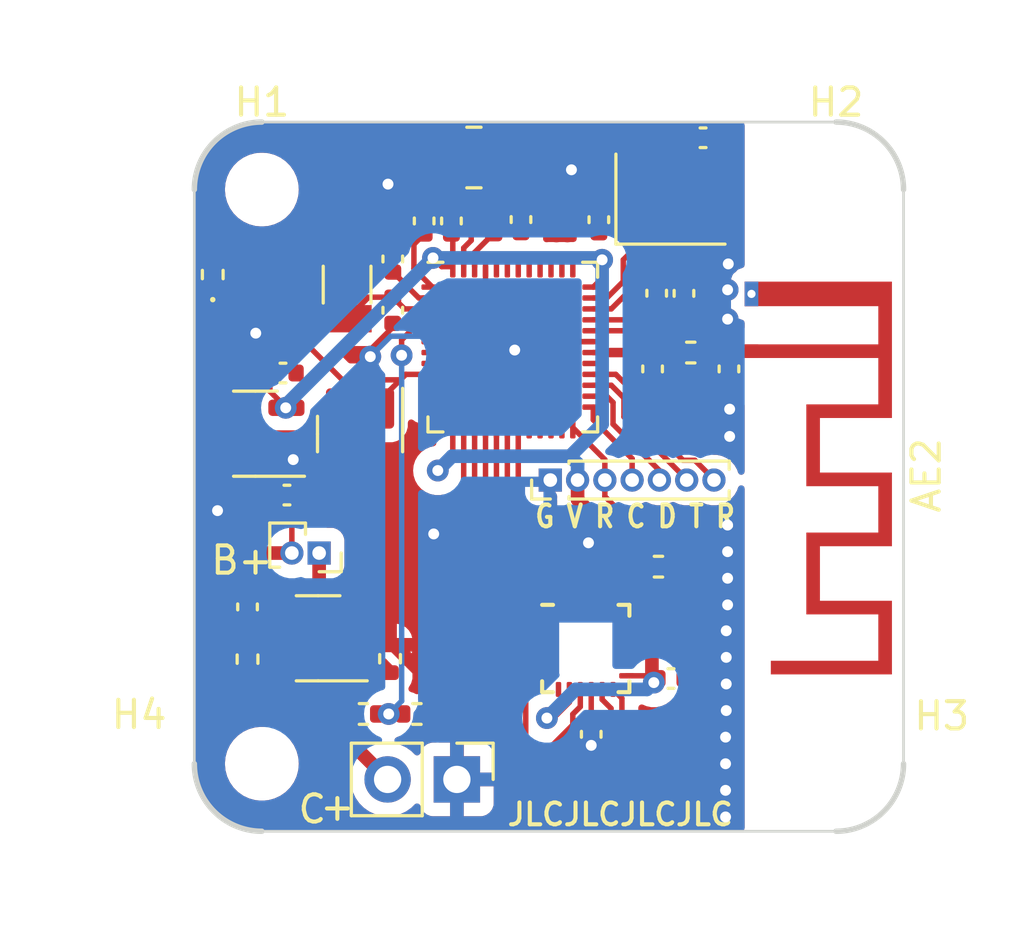
<source format=kicad_pcb>
(kicad_pcb (version 20221018) (generator pcbnew)
  (layers (0 "F.Cu" signal) (1 "In1.Cu" signal) (2 "In2.Cu" signal) (31 "B.Cu" signal) (34 "B.Paste" user) (35 "F.Paste" user) (36 "B.SilkS" user "B.Silkscreen") (37 "F.SilkS" user "F.Silkscreen") (38 "B.Mask" user) (39 "F.Mask" user) (44 "Edge.Cuts" user))
  (net 0 "")
  (net 1 "Net-(U1-DEC1)")
  (net 2 "Net-(U1-P0.00{slash}XL1)")
  (net 3 "Net-(U1-P0.01{slash}XL2)")
  (net 4 "Net-(U1-P0.02{slash}AIN0)")
  (net 9 "nCS")
  (net 10 "SCLK")
  (net 11 "SDI")
  (net 12 "+1V8")
  (net 13 "SDO")
  (net 14 "INT1")
  (net 15 "FSYNC")
  (net 20 "Net-(J2-Pin_5)")
  (net 21 "Net-(J2-Pin_4)")
  (net 22 "Net-(J2-Pin_3)")
  (net 23 "TX")
  (net 24 "RX")
  (net 25 "GND")
  (net 26 "Net-(U1-DEC2)")
  (net 27 "Net-(U1-DEC3)")
  (net 28 "Net-(U1-XC1)")
  (net 29 "Net-(U1-XC2)")
  (net 37 "Net-(U1-DEC4)")
  (net 38 "Net-(U1-DCC)")
  (net 39 "+BATT")
  (net 47 "Net-(U3-REGOUT)")
  (net 54 "Net-(U4-V-)")
  (net 56 "Net-(U4-VDD)")
  (net 57 "Net-(D1-A)")
  (net 58 "Net-(U1-ANT)")
  (net 59 "Net-(L1-Pad1)")
  (net 60 "Net-(AE2-A)")
  (net 61 "Net-(Q2-G)")
  (net 67 "Net-(J3-Pin_1)")
  (footprint "Inductor_SMD:L_0402_1005Metric" (layer "F.Cu") (at 10.975 3.595 90)
    (fp_text reference "L2" hide)
    (fp_text value "15nH")
    (pad "1" smd roundrect (at -0.485 0 90) (size 0.59 0.64) (layers "F.Cu" "F.Paste" "F.Mask") (net 37 "Net-(U1-DEC4)"))
    (pad "2" smd roundrect (at 0.485 0 90) (size 0.59 0.64) (layers "F.Cu" "F.Paste" "F.Mask") (net 59 "Net-(L1-Pad1)"))
  )
  (footprint "Package_TO_SOT_SMD:SOT-23" (layer "F.Cu") (at 6.075 11.4375 -90)
    (fp_text reference "Q2" hide)
    (fp_text value "Q_NMOS_GSD")
    (pad "1" smd roundrect (at -0.9375 -0.95 270) (size 1.475 0.6) (layers "F.Cu" "F.Paste" "F.Mask") (net 61 "Net-(Q2-G)"))
    (pad "2" smd roundrect (at -0.9375 0.95 270) (size 1.475 0.6) (layers "F.Cu" "F.Paste" "F.Mask") (net 57 "Net-(D1-A)"))
    (pad "3" smd roundrect (at 0.9375 0 270) (size 1.475 0.6) (layers "F.Cu" "F.Paste" "F.Mask") (net 39 "+BATT"))
  )
  (footprint "Resistor_SMD:R_0402_1005Metric" (layer "F.Cu") (at 18.2 8.45 180)
    (fp_text reference "R7" hide)
    (fp_text value "R_Small")
    (pad "1" smd roundrect (at -0.51 0 180) (size 0.54 0.64) (layers "F.Cu" "F.Paste" "F.Mask") (net 60 "Net-(AE2-A)"))
    (pad "2" smd roundrect (at 0.51 0 180) (size 0.54 0.64) (layers "F.Cu" "F.Paste" "F.Mask") (net 58 "Net-(U1-ANT)"))
  )
  (footprint "Capacitor_SMD:C_0402_1005Metric" (layer "F.Cu") (at 7.275 5.02 90)
    (fp_text reference "C9" hide)
    (fp_text value "12p")
    (pad "1" smd roundrect (at -0.48 0 90) (size 0.56 0.62) (layers "F.Cu" "F.Paste" "F.Mask") (net 2 "Net-(U1-P0.00{slash}XL1)"))
    (pad "2" smd roundrect (at 0.48 0 90) (size 0.56 0.62) (layers "F.Cu" "F.Paste" "F.Mask") (net 25 "GND"))
  )
  (footprint "Connector_PinHeader_2.54mm:PinHeader_1x02_P2.54mm_Vertical" (layer "F.Cu") (at 9.625 24.1 -90)
    (fp_text reference "J1" hide)
    (fp_text value "Conn_02x01")
    (pad "1" thru_hole rect (at 0 0 270) (size 1.7 1.7) (drill 1) (layers "*.Cu" "*.Mask") (net 25 "GND"))
    (pad "2" thru_hole oval (at 0 2.54 270) (size 1.7 1.7) (drill 1) (layers "*.Cu" "*.Mask") (net 39 "+BATT"))
  )
  (footprint "MountingHole:MountingHole_2.2mm_M2" (layer "F.Cu") (at 2.475 2.475)
    (fp_text reference "H1" (at 0 -3.2) (layer "F.SilkS"))
    (fp_text value "MountingHole")
    (pad "" np_thru_hole circle (at 0 0) (size 2.2 2.2) (drill 2.2) (layers "*.Cu" "*.Mask"))
  )
  (footprint "Crystal:Crystal_SMD_3215-2Pin_3.2x1.5mm" (layer "F.Cu") (at 5.6 5.96 -90)
    (fp_text reference "Y1" hide)
    (fp_text value "32768Khz")
    (pad "1" smd rect (at 1.25 0 270) (size 1 1.8) (layers "F.Cu" "F.Paste" "F.Mask") (net 3 "Net-(U1-P0.01{slash}XL2)"))
    (pad "2" smd rect (at -1.25 0 270) (size 1 1.8) (layers "F.Cu" "F.Paste" "F.Mask") (net 2 "Net-(U1-P0.00{slash}XL1)"))
  )
  (footprint "Capacitor_SMD:C_0402_1005Metric" (layer "F.Cu") (at 11.975 3.575 -90)
    (fp_text reference "C7" hide)
    (fp_text value "1u")
    (pad "1" smd roundrect (at -0.48 0 270) (size 0.56 0.62) (layers "F.Cu" "F.Paste" "F.Mask") (net 25 "GND"))
    (pad "2" smd roundrect (at 0.48 0 270) (size 0.56 0.62) (layers "F.Cu" "F.Paste" "F.Mask") (net 37 "Net-(U1-DEC4)"))
  )
  (footprint "Connector_PinHeader_1.00mm:PinHeader_1x07_P1.00mm_Vertical" (layer "F.Cu") (at 13.05 13.125 90)
    (fp_text reference "J2" hide)
    (fp_text value "Conn_01x07")
    (pad "1" thru_hole rect (at 0 0 90) (size 0.85 0.85) (drill 0.5) (layers "*.Cu" "*.Mask") (net 25 "GND"))
    (pad "2" thru_hole oval (at 0 1 90) (size 0.85 0.85) (drill 0.5) (layers "*.Cu" "*.Mask") (net 12 "+1V8"))
    (pad "3" thru_hole oval (at 0 2 90) (size 0.85 0.85) (drill 0.5) (layers "*.Cu" "*.Mask") (net 22 "Net-(J2-Pin_3)"))
    (pad "4" thru_hole oval (at 0 3 90) (size 0.85 0.85) (drill 0.5) (layers "*.Cu" "*.Mask") (net 21 "Net-(J2-Pin_4)"))
    (pad "5" thru_hole oval (at 0 4 90) (size 0.85 0.85) (drill 0.5) (layers "*.Cu" "*.Mask") (net 20 "Net-(J2-Pin_5)"))
    (pad "6" thru_hole oval (at 0 5 90) (size 0.85 0.85) (drill 0.5) (layers "*.Cu" "*.Mask") (net 23 "TX"))
    (pad "7" thru_hole oval (at 0 6 90) (size 0.85 0.85) (drill 0.5) (layers "*.Cu" "*.Mask") (net 24 "RX"))
  )
  (footprint "MountingHole:MountingHole_2.2mm_M2" (layer "F.Cu") (at 23.525 2.475)
    (fp_text reference "H2" (at 0 -3.2) (layer "F.SilkS"))
    (fp_text value "MountingHole")
    (pad "" np_thru_hole circle (at 0 0) (size 2.2 2.2) (drill 2.2) (layers "*.Cu" "*.Mask"))
  )
  (footprint "Resistor_SMD:R_0402_1005Metric" (layer "F.Cu") (at 1.95 19.69 -90)
    (fp_text reference "R2" hide)
    (fp_text value "100")
    (pad "1" smd roundrect (at -0.51 0 270) (size 0.54 0.64) (layers "F.Cu" "F.Paste" "F.Mask") (net 56 "Net-(U4-VDD)"))
    (pad "2" smd roundrect (at 0.51 0 270) (size 0.54 0.64) (layers "F.Cu" "F.Paste" "F.Mask") (net 39 "+BATT"))
  )
  (footprint "Capacitor_SMD:C_0402_1005Metric" (layer "F.Cu") (at 17.475 20.4 180)
    (fp_text reference "C13" hide)
    (fp_text value "100n")
    (pad "1" smd roundrect (at -0.48 0 180) (size 0.56 0.62) (layers "F.Cu" "F.Paste" "F.Mask") (net 25 "GND"))
    (pad "2" smd roundrect (at 0.48 0 180) (size 0.56 0.62) (layers "F.Cu" "F.Paste" "F.Mask") (net 12 "+1V8"))
  )
  (footprint "RF_Antenna:Texas_SWRA117D_2.4GHz_Right" (layer "F.Cu") (at 20.425 8.4 -90)
    (fp_text reference "AE2" (at 4.55 -6.41 90) (layer "F.SilkS"))
    (fp_text value "Antenna")
    (fp_poly (pts (xy 2.45 -2.51) (xy 4.45 -2.51) (xy 4.45 -5.15) (xy 7.15 -5.15) (xy 7.15 -2.51) (xy 9.15 -2.51) (xy 9.15 -5.15) (xy 11.85 -5.15) (xy 11.85 -0.71) (xy 11.35 -0.71) (xy 11.35 -4.65) (xy 9.65 -4.65) (xy 9.65 -2.01) (xy 6.65 -2.01) (xy 6.65 -4.65) (xy 4.95 -4.65) (xy 4.95 -2.01) (xy 1.95 -2.01) (xy 1.95 -4.65) (xy 0.25 -4.65) (xy 0.25 0.25) (xy -0.25 0.25) (xy -0.25 -4.65) (xy -1.65 -4.65) (xy -1.65 0.25) (xy -2.55 0.25) (xy -2.55 0.006785) (xy -2.247583 0.006785) (xy -2.237742 0.054395) (xy -2.213674 0.096797) (xy -2.175731 0.129581) (xy -2.167819 0.133935) (xy -2.125156 0.146043) (xy -2.076637 0.1453) (xy -2.031122 0.1324) (xy -2.012511 0.121787) (xy -1.978868 0.086553) (xy -1.958309 0.041368) (xy -1.951778 -0.008158) (xy -1.960218 -0.056417) (xy -1.977112 -0.088643) (xy -2.012372 -0.121313) (xy -2.057682 -0.141408) (xy -2.107267 -0.147982) (xy -2.155353 -0.140092) (xy -2.188245 -0.123186) (xy -2.223185 -0.086416) (xy -2.242847 -0.041622) (xy -2.247583 0.006785) (xy -2.55 0.006785) (xy -2.55 -5.15) (xy 2.45 -5.15) (xy 2.45 -2.51)) (fill solid) (layer "F.Cu"))
    (pad "1" connect rect (at 0 0 270) (size 0.5 0.5) (layers "F.Cu") (net 60 "Net-(AE2-A)"))
    (pad "2" thru_hole rect (at -2.1 0 270) (size 0.9 0.5) (drill 0.3) (layers "*.Cu"))
  )
  (footprint "LED_SMD:LED_0402_1005Metric" (layer "F.Cu") (at 0.675 7.6 -90)
    (fp_text reference "D1" hide)
    (fp_text value "LED")
    (pad "1" smd roundrect (at -0.485 0 270) (size 0.59 0.64) (layers "F.Cu" "F.Paste" "F.Mask") (net 25 "GND"))
    (pad "2" smd roundrect (at 0.485 0 270) (size 0.59 0.64) (layers "F.Cu" "F.Paste" "F.Mask") (net 57 "Net-(D1-A)"))
  )
  (footprint "Connector_PinSocket_1.00mm:PinSocket_1x02_P1.00mm_Vertical" (layer "F.Cu") (at 4.575 15.8 -90)
    (fp_text reference "J3" hide)
    (fp_text value "Conn_02x01")
    (pad "1" thru_hole rect (at 0 0 270) (size 0.85 0.85) (drill 0.5) (layers "*.Cu" "*.Mask") (net 67 "Net-(J3-Pin_1)"))
    (pad "2" thru_hole oval (at 0 1 270) (size 0.85 0.85) (drill 0.5) (layers "*.Cu" "*.Mask") (net 39 "+BATT"))
  )
  (footprint "Resistor_SMD:R_0402_1005Metric" (layer "F.Cu") (at 7.175 19.675 90)
    (fp_text reference "R1" hide)
    (fp_text value "1k")
    (pad "1" smd roundrect (at -0.51 0 90) (size 0.54 0.64) (layers "F.Cu" "F.Paste" "F.Mask") (net 54 "Net-(U4-V-)"))
    (pad "2" smd roundrect (at 0.51 0 90) (size 0.54 0.64) (layers "F.Cu" "F.Paste" "F.Mask") (net 25 "GND"))
  )
  (footprint "Capacitor_SMD:C_0402_1005Metric" (layer "F.Cu") (at 1.95 17.775 -90)
    (fp_text reference "C1" hide)
    (fp_text value "100n")
    (pad "1" smd roundrect (at -0.48 0 270) (size 0.56 0.62) (layers "F.Cu" "F.Paste" "F.Mask") (net 67 "Net-(J3-Pin_1)"))
    (pad "2" smd roundrect (at 0.48 0 270) (size 0.56 0.62) (layers "F.Cu" "F.Paste" "F.Mask") (net 56 "Net-(U4-VDD)"))
  )
  (footprint "Capacitor_SMD:C_0402_1005Metric" (layer "F.Cu") (at 8.425 3.625 -90)
    (fp_text reference "C4" hide)
    (fp_text value "100n")
    (pad "1" smd roundrect (at -0.48 0 270) (size 0.56 0.62) (layers "F.Cu" "F.Paste" "F.Mask") (net 25 "GND"))
    (pad "2" smd roundrect (at 0.48 0 270) (size 0.56 0.62) (layers "F.Cu" "F.Paste" "F.Mask") (net 1 "Net-(U1-DEC1)"))
  )
  (footprint "Crystal:Crystal_SMD_3225-4Pin_3.2x2.5mm" (layer "F.Cu") (at 17.455 2.825)
    (fp_text reference "Y2" hide)
    (fp_text value "Crystal_GND24_Small")
    (pad "1" smd rect (at -1.1 0.85) (size 1.4 1.2) (layers "F.Cu" "F.Paste" "F.Mask") (net 29 "Net-(U1-XC2)"))
    (pad "2" smd rect (at 1.1 0.85) (size 1.4 1.2) (layers "F.Cu" "F.Paste" "F.Mask") (net 25 "GND"))
    (pad "3" smd rect (at 1.1 -0.85) (size 1.4 1.2) (layers "F.Cu" "F.Paste" "F.Mask") (net 28 "Net-(U1-XC1)"))
    (pad "4" smd rect (at -1.1 -0.85) (size 1.4 1.2) (layers "F.Cu" "F.Paste" "F.Mask") (net 25 "GND"))
  )
  (footprint "Resistor_SMD:R_0402_1005Metric" (layer "F.Cu") (at 8.16 21.7)
    (fp_text reference "R4" hide)
    (fp_text value "TODO")
    (pad "1" smd roundrect (at -0.51 0) (size 0.54 0.64) (layers "F.Cu" "F.Paste" "F.Mask") (net 4 "Net-(U1-P0.02{slash}AIN0)"))
    (pad "2" smd roundrect (at 0.51 0) (size 0.54 0.64) (layers "F.Cu" "F.Paste" "F.Mask") (net 25 "GND"))
  )
  (footprint "Capacitor_SMD:C_0402_1005Metric" (layer "F.Cu") (at 9.425 3.625 -90)
    (fp_text reference "C8" hide)
    (fp_text value "100n")
    (pad "1" smd roundrect (at -0.48 0 270) (size 0.56 0.62) (layers "F.Cu" "F.Paste" "F.Mask") (net 25 "GND"))
    (pad "2" smd roundrect (at 0.48 0 270) (size 0.56 0.62) (layers "F.Cu" "F.Paste" "F.Mask") (net 12 "+1V8"))
  )
  (footprint "Capacitor_SMD:C_0402_1005Metric" (layer "F.Cu") (at 14.83 3.58 90)
    (fp_text reference "C11" hide)
    (fp_text value "12p")
    (pad "1" smd roundrect (at -0.48 0 90) (size 0.56 0.62) (layers "F.Cu" "F.Paste" "F.Mask") (net 29 "Net-(U1-XC2)"))
    (pad "2" smd roundrect (at 0.48 0 90) (size 0.56 0.62) (layers "F.Cu" "F.Paste" "F.Mask") (net 25 "GND"))
  )
  (footprint "MountingHole:MountingHole_2.2mm_M2" (layer "F.Cu") (at 2.475 23.525)
    (fp_text reference "H4" (at -4.5 -1.8) (layer "F.SilkS"))
    (fp_text value "MountingHole")
    (pad "" np_thru_hole circle (at 0 0) (size 2.2 2.2) (drill 2.2) (layers "*.Cu" "*.Mask"))
  )
  (footprint "Capacitor_SMD:C_0402_1005Metric" (layer "F.Cu") (at 18.65 0.575)
    (fp_text reference "C12" hide)
    (fp_text value "12p")
    (pad "1" smd roundrect (at -0.48 0) (size 0.56 0.62) (layers "F.Cu" "F.Paste" "F.Mask") (net 25 "GND"))
    (pad "2" smd roundrect (at 0.48 0) (size 0.56 0.62) (layers "F.Cu" "F.Paste" "F.Mask") (net 28 "Net-(U1-XC1)"))
  )
  (footprint "Capacitor_SMD:C_0402_1005Metric" (layer "F.Cu") (at 14.55 22.445 -90)
    (fp_text reference "C14" hide)
    (fp_text value "100n")
    (pad "1" smd roundrect (at -0.48 0 270) (size 0.56 0.62) (layers "F.Cu" "F.Paste" "F.Mask") (net 47 "Net-(U3-REGOUT)"))
    (pad "2" smd roundrect (at 0.48 0 270) (size 0.56 0.62) (layers "F.Cu" "F.Paste" "F.Mask") (net 25 "GND"))
  )
  (footprint "MountingHole:MountingHole_2.2mm_M2" (layer "F.Cu") (at 23.525 23.525)
    (fp_text reference "H3" (at 3.875 -1.75) (layer "F.SilkS"))
    (fp_text value "MountingHole")
    (pad "" np_thru_hole circle (at 0 0) (size 2.2 2.2) (drill 2.2) (layers "*.Cu" "*.Mask"))
  )
  (footprint "Capacitor_SMD:C_0402_1005Metric" (layer "F.Cu") (at 3.395 13.675)
    (fp_text reference "C2" hide)
    (fp_text value "100n")
    (pad "1" smd roundrect (at -0.48 0) (size 0.56 0.62) (layers "F.Cu" "F.Paste" "F.Mask") (net 39 "+BATT"))
    (pad "2" smd roundrect (at 0.48 0) (size 0.56 0.62) (layers "F.Cu" "F.Paste" "F.Mask") (net 25 "GND"))
  )
  (footprint "Sensor_Motion:InvenSense_QFN-24_3x3mm_P0.4mm" (layer "F.Cu") (at 14.35 19.3)
    (fp_text reference "U3" hide)
    (fp_text value "ICM-20948")
    (pad "1" smd roundrect (at -1.5 -1) (size 0.55 0.2) (layers "F.Cu" "F.Paste" "F.Mask"))
    (pad "2" smd roundrect (at -1.5 -0.6) (size 0.55 0.2) (layers "F.Cu" "F.Paste" "F.Mask"))
    (pad "3" smd roundrect (at -1.5 -0.2) (size 0.55 0.2) (layers "F.Cu" "F.Paste" "F.Mask"))
    (pad "4" smd roundrect (at -1.5 0.2) (size 0.55 0.2) (layers "F.Cu" "F.Paste" "F.Mask"))
    (pad "5" smd roundrect (at -1.5 0.6) (size 0.55 0.2) (layers "F.Cu" "F.Paste" "F.Mask"))
    (pad "6" smd roundrect (at -1.5 1) (size 0.55 0.2) (layers "F.Cu" "F.Paste" "F.Mask"))
    (pad "7" smd roundrect (at -1 1.5 90) (size 0.55 0.2) (layers "F.Cu" "F.Paste" "F.Mask"))
    (pad "8" smd roundrect (at -0.6 1.5 90) (size 0.55 0.2) (layers "F.Cu" "F.Paste" "F.Mask") (net 12 "+1V8"))
    (pad "9" smd roundrect (at -0.2 1.5 90) (size 0.55 0.2) (layers "F.Cu" "F.Paste" "F.Mask") (net 13 "SDO"))
    (pad "10" smd roundrect (at 0.2 1.5 90) (size 0.55 0.2) (layers "F.Cu" "F.Paste" "F.Mask") (net 47 "Net-(U3-REGOUT)"))
    (pad "11" smd roundrect (at 0.6 1.5 90) (size 0.55 0.2) (layers "F.Cu" "F.Paste" "F.Mask") (net 15 "FSYNC"))
    (pad "12" smd roundrect (at 1 1.5 90) (size 0.55 0.2) (layers "F.Cu" "F.Paste" "F.Mask") (net 14 "INT1"))
    (pad "13" smd roundrect (at 1.5 1) (size 0.55 0.2) (layers "F.Cu" "F.Paste" "F.Mask") (net 12 "+1V8"))
    (pad "14" smd roundrect (at 1.5 0.6) (size 0.55 0.2) (layers "F.Cu" "F.Paste" "F.Mask"))
    (pad "15" smd roundrect (at 1.5 0.2) (size 0.55 0.2) (layers "F.Cu" "F.Paste" "F.Mask"))
    (pad "16" smd roundrect (at 1.5 -0.2) (size 0.55 0.2) (layers "F.Cu" "F.Paste" "F.Mask"))
    (pad "17" smd roundrect (at 1.5 -0.6) (size 0.55 0.2) (layers "F.Cu" "F.Paste" "F.Mask"))
    (pad "18" smd roundrect (at 1.5 -1) (size 0.55 0.2) (layers "F.Cu" "F.Paste" "F.Mask") (net 25 "GND"))
    (pad "19" smd roundrect (at 1 -1.5 90) (size 0.55 0.2) (layers "F.Cu" "F.Paste" "F.Mask"))
    (pad "20" smd roundrect (at 0.6 -1.5 90) (size 0.55 0.2) (layers "F.Cu" "F.Paste" "F.Mask") (net 25 "GND"))
    (pad "21" smd roundrect (at 0.2 -1.5 90) (size 0.55 0.2) (layers "F.Cu" "F.Paste" "F.Mask"))
    (pad "22" smd roundrect (at -0.2 -1.5 90) (size 0.55 0.2) (layers "F.Cu" "F.Paste" "F.Mask") (net 9 "nCS"))
    (pad "23" smd roundrect (at -0.6 -1.5 90) (size 0.55 0.2) (layers "F.Cu" "F.Paste" "F.Mask") (net 10 "SCLK"))
    (pad "24" smd roundrect (at -1 -1.5 90) (size 0.55 0.2) (layers "F.Cu" "F.Paste" "F.Mask") (net 11 "SDI"))
    (zone (net 0) (net_name "") (layer "F.Cu") (connect_pads (clearance 0)) (min_thickness 0.254)
      (keepout (tracks not_allowed) (vias not_allowed) (pads not_allowed) (copperpour not_allowed) (footprints allowed))
      (fill (thermal_gap 0.508) (thermal_bridge_width 0.508))
      (polygon (pts (xy 13.475 18.505) (xy 15.225 18.505) (xy 15.225 20.095) (xy 13.475 20.095)))
    )
  )
  (footprint "Capacitor_SMD:C_0402_1005Metric" (layer "F.Cu") (at 3.25 9.2)
    (fp_text reference "C3" hide)
    (fp_text value "100n")
    (pad "1" smd roundrect (at -0.48 0) (size 0.56 0.62) (layers "F.Cu" "F.Paste" "F.Mask") (net 12 "+1V8"))
    (pad "2" smd roundrect (at 0.48 0) (size 0.56 0.62) (layers "F.Cu" "F.Paste" "F.Mask") (net 25 "GND"))
  )
  (footprint "Package_TO_SOT_SMD:SOT-23-6" (layer "F.Cu") (at 4.5375 18.925 180)
    (fp_text reference "U4" hide)
    (fp_text value "~")
    (pad "1" smd roundrect (at -1.1375 -0.95 180) (size 1.325 0.6) (layers "F.Cu" "F.Paste" "F.Mask") (net 54 "Net-(U4-V-)"))
    (pad "2" smd roundrect (at -1.1375 0 180) (size 1.325 0.6) (layers "F.Cu" "F.Paste" "F.Mask") (net 25 "GND"))
    (pad "3" smd roundrect (at -1.1375 0.95 180) (size 1.325 0.6) (layers "F.Cu" "F.Paste" "F.Mask") (net 67 "Net-(J3-Pin_1)"))
    (pad "4" smd roundrect (at 1.1375 0.95 180) (size 1.325 0.6) (layers "F.Cu" "F.Paste" "F.Mask"))
    (pad "5" smd roundrect (at 1.1375 0 180) (size 1.325 0.6) (layers "F.Cu" "F.Paste" "F.Mask") (net 56 "Net-(U4-VDD)"))
    (pad "6" smd roundrect (at 1.1375 -0.95 180) (size 1.325 0.6) (layers "F.Cu" "F.Paste" "F.Mask") (net 67 "Net-(J3-Pin_1)"))
  )
  (footprint "Inductor_SMD:L_1008_2520Metric" (layer "F.Cu") (at 10.25 1.3 180)
    (fp_text reference "L1" hide)
    (fp_text value "10uH")
    (pad "1" smd roundrect (at -1.075 0 180) (size 1.25 2.2) (layers "F.Cu" "F.Paste" "F.Mask") (roundrect_rratio 0.2) (net 59 "Net-(L1-Pad1)"))
    (pad "2" smd roundrect (at 1.075 0 180) (size 1.25 2.2) (layers "F.Cu" "F.Paste" "F.Mask") (roundrect_rratio 0.2) (net 38 "Net-(U1-DCC)"))
  )
  (footprint "Package_DFN_QFN:QFN-48-1EP_6x6mm_P0.4mm_EP4.6x4.6mm" (layer "F.Cu") (at 11.675 8.25)
    (fp_text reference "U1" hide)
    (fp_text value "nRF52810-QFxx")
    (pad "1" smd roundrect (at -2.95 -2.2) (size 0.8 0.2) (layers "F.Cu" "F.Paste" "F.Mask") (net 1 "Net-(U1-DEC1)"))
    (pad "2" smd roundrect (at -2.95 -1.8) (size 0.8 0.2) (layers "F.Cu" "F.Paste" "F.Mask") (net 2 "Net-(U1-P0.00{slash}XL1)"))
    (pad "3" smd roundrect (at -2.95 -1.4) (size 0.8 0.2) (layers "F.Cu" "F.Paste" "F.Mask") (net 3 "Net-(U1-P0.01{slash}XL2)"))
    (pad "4" smd roundrect (at -2.95 -1) (size 0.8 0.2) (layers "F.Cu" "F.Paste" "F.Mask") (net 4 "Net-(U1-P0.02{slash}AIN0)"))
    (pad "5" smd roundrect (at -2.95 -0.6) (size 0.8 0.2) (layers "F.Cu" "F.Paste" "F.Mask"))
    (pad "6" smd roundrect (at -2.95 -0.2) (size 0.8 0.2) (layers "F.Cu" "F.Paste" "F.Mask"))
    (pad "7" smd roundrect (at -2.95 0.2) (size 0.8 0.2) (layers "F.Cu" "F.Paste" "F.Mask"))
    (pad "8" smd roundrect (at -2.95 0.6) (size 0.8 0.2) (layers "F.Cu" "F.Paste" "F.Mask"))
    (pad "9" smd roundrect (at -2.95 1) (size 0.8 0.2) (layers "F.Cu" "F.Paste" "F.Mask") (net 61 "Net-(Q2-G)"))
    (pad "10" smd roundrect (at -2.95 1.4) (size 0.8 0.2) (layers "F.Cu" "F.Paste" "F.Mask"))
    (pad "11" smd roundrect (at -2.95 1.8) (size 0.8 0.2) (layers "F.Cu" "F.Paste" "F.Mask"))
    (pad "12" smd roundrect (at -2.95 2.2) (size 0.8 0.2) (layers "F.Cu" "F.Paste" "F.Mask"))
    (pad "13" smd roundrect (at -2.2 2.95) (size 0.2 0.8) (layers "F.Cu" "F.Paste" "F.Mask") (net 12 "+1V8"))
    (pad "14" smd roundrect (at -1.8 2.95) (size 0.2 0.8) (layers "F.Cu" "F.Paste" "F.Mask") (net 14 "INT1"))
    (pad "15" smd roundrect (at -1.4 2.95) (size 0.2 0.8) (layers "F.Cu" "F.Paste" "F.Mask") (net 15 "FSYNC"))
    (pad "16" smd roundrect (at -1 2.95) (size 0.2 0.8) (layers "F.Cu" "F.Paste" "F.Mask") (net 13 "SDO"))
    (pad "17" smd roundrect (at -0.6 2.95) (size 0.2 0.8) (layers "F.Cu" "F.Paste" "F.Mask") (net 11 "SDI"))
    (pad "18" smd roundrect (at -0.2 2.95) (size 0.2 0.8) (layers "F.Cu" "F.Paste" "F.Mask") (net 10 "SCLK"))
    (pad "19" smd roundrect (at 0.2 2.95) (size 0.2 0.8) (layers "F.Cu" "F.Paste" "F.Mask") (net 9 "nCS"))
    (pad "20" smd roundrect (at 0.6 2.95) (size 0.2 0.8) (layers "F.Cu" "F.Paste" "F.Mask"))
    (pad "21" smd roundrect (at 1 2.95) (size 0.2 0.8) (layers "F.Cu" "F.Paste" "F.Mask"))
    (pad "22" smd roundrect (at 1.4 2.95) (size 0.2 0.8) (layers "F.Cu" "F.Paste" "F.Mask"))
    (pad "23" smd roundrect (at 1.8 2.95) (size 0.2 0.8) (layers "F.Cu" "F.Paste" "F.Mask"))
    (pad "24" smd roundrect (at 2.2 2.95) (size 0.2 0.8) (layers "F.Cu" "F.Paste" "F.Mask") (net 22 "Net-(J2-Pin_3)"))
    (pad "25" smd roundrect (at 2.95 2.2) (size 0.8 0.2) (layers "F.Cu" "F.Paste" "F.Mask") (net 21 "Net-(J2-Pin_4)"))
    (pad "26" smd roundrect (at 2.95 1.8) (size 0.8 0.2) (layers "F.Cu" "F.Paste" "F.Mask") (net 20 "Net-(J2-Pin_5)"))
    (pad "27" smd roundrect (at 2.95 1.4) (size 0.8 0.2) (layers "F.Cu" "F.Paste" "F.Mask") (net 23 "TX"))
    (pad "28" smd roundrect (at 2.95 1) (size 0.8 0.2) (layers "F.Cu" "F.Paste" "F.Mask") (net 24 "RX"))
    (pad "29" smd roundrect (at 2.95 0.6) (size 0.8 0.2) (layers "F.Cu" "F.Paste" "F.Mask"))
    (pad "30" smd roundrect (at 2.95 0.2) (size 0.8 0.2) (layers "F.Cu" "F.Paste" "F.Mask") (net 58 "Net-(U1-ANT)"))
    (pad "31" smd roundrect (at 2.95 -0.2) (size 0.8 0.2) (layers "F.Cu" "F.Paste" "F.Mask") (net 25 "GND"))
    (pad "32" smd roundrect (at 2.95 -0.6) (size 0.8 0.2) (layers "F.Cu" "F.Paste" "F.Mask") (net 26 "Net-(U1-DEC2)"))
    (pad "33" smd roundrect (at 2.95 -1) (size 0.8 0.2) (layers "F.Cu" "F.Paste" "F.Mask") (net 27 "Net-(U1-DEC3)"))
    (pad "34" smd roundrect (at 2.95 -1.4) (size 0.8 0.2) (layers "F.Cu" "F.Paste" "F.Mask") (net 28 "Net-(U1-XC1)"))
    (pad "35" smd roundrect (at 2.95 -1.8) (size 0.8 0.2) (layers "F.Cu" "F.Paste" "F.Mask") (net 29 "Net-(U1-XC2)"))
    (pad "36" smd roundrect (at 2.95 -2.2) (size 0.8 0.2) (layers "F.Cu" "F.Paste" "F.Mask") (net 12 "+1V8"))
    (pad "37" smd roundrect (at 2.2 -2.95) (size 0.2 0.8) (layers "F.Cu" "F.Paste" "F.Mask"))
    (pad "38" smd roundrect (at 1.8 -2.95) (size 0.2 0.8) (layers "F.Cu" "F.Paste" "F.Mask"))
    (pad "39" smd roundrect (at 1.4 -2.95) (size 0.2 0.8) (layers "F.Cu" "F.Paste" "F.Mask"))
    (pad "40" smd roundrect (at 1 -2.95) (size 0.2 0.8) (layers "F.Cu" "F.Paste" "F.Mask"))
    (pad "41" smd roundrect (at 0.6 -2.95) (size 0.2 0.8) (layers "F.Cu" "F.Paste" "F.Mask"))
    (pad "42" smd roundrect (at 0.2 -2.95) (size 0.2 0.8) (layers "F.Cu" "F.Paste" "F.Mask"))
    (pad "43" smd roundrect (at -0.2 -2.95) (size 0.2 0.8) (layers "F.Cu" "F.Paste" "F.Mask"))
    (pad "44" smd roundrect (at -0.6 -2.95) (size 0.2 0.8) (layers "F.Cu" "F.Paste" "F.Mask"))
    (pad "45" smd roundrect (at -1 -2.95) (size 0.2 0.8) (layers "F.Cu" "F.Paste" "F.Mask") (net 25 "GND"))
    (pad "46" smd roundrect (at -1.4 -2.95) (size 0.2 0.8) (layers "F.Cu" "F.Paste" "F.Mask") (net 37 "Net-(U1-DEC4)"))
    (pad "47" smd roundrect (at -1.8 -2.95) (size 0.2 0.8) (layers "F.Cu" "F.Paste" "F.Mask") (net 38 "Net-(U1-DCC)"))
    (pad "48" smd roundrect (at -2.2 -2.95) (size 0.2 0.8) (layers "F.Cu" "F.Paste" "F.Mask") (net 12 "+1V8"))
    (pad "49" smd rect (at 0 0) (size 4.6 4.6) (layers "F.Cu" "F.Mask") (net 25 "GND"))
  )
  (footprint "Capacitor_SMD:C_0402_1005Metric" (layer "F.Cu") (at 17.95 6.28 -90)
    (fp_text reference "C5" hide)
    (fp_text value "NC")
    (pad "1" smd roundrect (at -0.48 0 270) (size 0.56 0.62) (layers "F.Cu" "F.Paste" "F.Mask") (net 25 "GND"))
    (pad "2" smd roundrect (at 0.48 0 270) (size 0.56 0.62) (layers "F.Cu" "F.Paste" "F.Mask") (net 26 "Net-(U1-DEC2)"))
  )
  (footprint "Resistor_SMD:R_0402_1005Metric" (layer "F.Cu") (at 17.015 16.3)
    (fp_text reference "R5" hide)
    (fp_text value "R_Small")
    (pad "1" smd roundrect (at -0.51 0) (size 0.54 0.64) (layers "F.Cu" "F.Paste" "F.Mask") (net 12 "+1V8"))
    (pad "2" smd roundrect (at 0.51 0) (size 0.54 0.64) (layers "F.Cu" "F.Paste" "F.Mask") (net 22 "Net-(J2-Pin_3)"))
  )
  (footprint "Capacitor_SMD:C_0402_1005Metric" (layer "F.Cu") (at 16.8 9.05 90)
    (fp_text reference "C15" hide)
    (fp_text value "12p")
    (pad "1" smd roundrect (at -0.48 0 90) (size 0.56 0.62) (layers "F.Cu" "F.Paste" "F.Mask") (net 25 "GND"))
    (pad "2" smd roundrect (at 0.48 0 90) (size 0.56 0.62) (layers "F.Cu" "F.Paste" "F.Mask") (net 58 "Net-(U1-ANT)"))
  )
  (footprint "Capacitor_SMD:C_0402_1005Metric" (layer "F.Cu") (at 7.275 6.9 90)
    (fp_text reference "C10" hide)
    (fp_text value "12p")
    (pad "1" smd roundrect (at -0.48 0 90) (size 0.56 0.62) (layers "F.Cu" "F.Paste" "F.Mask") (net 25 "GND"))
    (pad "2" smd roundrect (at 0.48 0 90) (size 0.56 0.62) (layers "F.Cu" "F.Paste" "F.Mask") (net 3 "Net-(U1-P0.01{slash}XL2)"))
  )
  (footprint "Package_TO_SOT_SMD:SOT-23-3" (layer "F.Cu") (at 2.2375 11.425 180)
    (fp_text reference "U2" hide)
    (fp_text value "XC6206PxxxMR")
    (pad "1" smd roundrect (at -1.1375 -0.95 180) (size 1.325 0.6) (layers "F.Cu" "F.Paste" "F.Mask") (net 25 "GND"))
    (pad "2" smd roundrect (at -1.1375 0.95 180) (size 1.325 0.6) (layers "F.Cu" "F.Paste" "F.Mask") (net 12 "+1V8"))
    (pad "3" smd roundrect (at 1.1375 0 180) (size 1.325 0.6) (layers "F.Cu" "F.Paste" "F.Mask") (net 39 "+BATT"))
  )
  (footprint "Resistor_SMD:R_0402_1005Metric" (layer "F.Cu") (at 0.675 5.59 -90)
    (fp_text reference "R6" hide)
    (fp_text value "R_Small")
    (pad "1" smd roundrect (at -0.51 0 270) (size 0.54 0.64) (layers "F.Cu" "F.Paste" "F.Mask") (net 61 "Net-(Q2-G)"))
    (pad "2" smd roundrect (at 0.51 0 270) (size 0.54 0.64) (layers "F.Cu" "F.Paste" "F.Mask") (net 25 "GND"))
  )
  (footprint "Capacitor_SMD:C_0402_1005Metric" (layer "F.Cu") (at 16.95 6.275 -90)
    (fp_text reference "C6" hide)
    (fp_text value "100p")
    (pad "1" smd roundrect (at -0.48 0 270) (size 0.56 0.62) (layers "F.Cu" "F.Paste" "F.Mask") (net 25 "GND"))
    (pad "2" smd roundrect (at 0.48 0 270) (size 0.56 0.62) (layers "F.Cu" "F.Paste" "F.Mask") (net 27 "Net-(U1-DEC3)"))
  )
  (footprint "Resistor_SMD:R_0402_1005Metric" (layer "F.Cu") (at 6.2 21.7)
    (fp_text reference "R3" hide)
    (fp_text value "TODO")
    (pad "1" smd roundrect (at -0.51 0) (size 0.54 0.64) (layers "F.Cu" "F.Paste" "F.Mask") (net 39 "+BATT"))
    (pad "2" smd roundrect (at 0.51 0) (size 0.54 0.64) (layers "F.Cu" "F.Paste" "F.Mask") (net 4 "Net-(U1-P0.02{slash}AIN0)"))
  )
  (footprint "Capacitor_SMD:C_0402_1005Metric" (layer "F.Cu") (at 19.6 9.05 90)
    (fp_text reference "C16" hide)
    (fp_text value "12p")
    (pad "1" smd roundrect (at -0.48 0 90) (size 0.56 0.62) (layers "F.Cu" "F.Paste" "F.Mask") (net 25 "GND"))
    (pad "2" smd roundrect (at 0.48 0 90) (size 0.56 0.62) (layers "F.Cu" "F.Paste" "F.Mask") (net 60 "Net-(AE2-A)"))
  )
  (gr_line (start 23.525 0) (end 2.475 0) (stroke (width 0.1)) (layer "Edge.Cuts"))
  (gr_line (start 25.999911 23.524911) (end 26 2.475) (stroke (width 0.1)) (layer "Edge.Cuts"))
  (gr_arc (start 25.999911 23.524911) (mid 25.275 25.275) (end 23.524911 25.999911) (stroke (width 0.2)) (layer "Edge.Cuts"))
  (gr_arc (start 2.474911 25.999911) (mid 0.724822 25.275) (end -0.000089 23.524911) (stroke (width 0.2)) (layer "Edge.Cuts"))
  (gr_line (start 2.474911 25.999911) (end 23.524911 25.999911) (stroke (width 0.1)) (layer "Edge.Cuts"))
  (gr_arc (start 23.525 0) (mid 25.275089 0.724911) (end 26 2.475) (stroke (width 0.2)) (layer "Edge.Cuts"))
  (gr_line (start 0 2.475) (end -0.000089 23.524911) (stroke (width 0.1)) (layer "Edge.Cuts"))
  (gr_arc (start 0 2.475) (mid 0.724911 0.724911) (end 2.475 0) (stroke (width 0.2)) (layer "Edge.Cuts"))
  (gr_text "G V R C D T R" (at 12.425 14.925) (layer "F.SilkS") (effects (font (size 0.8 0.65) (thickness 0.15) bold) (justify left bottom)))
  (gr_text "B+" (at 0.525 16.65) (layer "F.SilkS") (effects (font (size 1 1) (thickness 0.15) bold) (justify left bottom)))
  (gr_text "C" (at 3.725 25.775) (layer "F.SilkS") (effects (font (size 1 1) (thickness 0.15) bold) (justify left bottom)))
  (gr_text "+" (at 4.525 25.675) (layer "F.SilkS") (effects (font (size 1 1) (thickness 0.15) bold) (justify left bottom)))
  (gr_text "JLCJLCJLCJLC" (at 11.4 25.85) (layer "F.SilkS") (effects (font (size 0.8 0.8) (thickness 0.15) bold) (justify left bottom)))
  (segment (start 8.05 4.48) (end 8.05 5.375) (width 0.2) (layer "F.Cu") (net 1))
  (segment (start 8.05 5.375) (end 8.725 6.05) (width 0.2) (layer "F.Cu") (net 1))
  (segment (start 8.425 4.105) (end 8.05 4.48) (width 0.2) (layer "F.Cu") (net 1))
  (segment (start 5.6 4.71) (end 6.485 4.71) (width 0.2) (layer "F.Cu") (net 2))
  (segment (start 8.230025 6.45) (end 7.885 6.104975) (width 0.2) (layer "F.Cu") (net 2))
  (segment (start 7.885 6.097746) (end 7.287254 5.5) (width 0.2) (layer "F.Cu") (net 2))
  (segment (start 6.485 4.71) (end 7.275 5.5) (width 0.2) (layer "F.Cu") (net 2))
  (segment (start 7.885 6.104975) (end 7.885 6.097746) (width 0.2) (layer "F.Cu") (net 2))
  (segment (start 8.725 6.45) (end 8.230025 6.45) (width 0.2) (layer "F.Cu") (net 2))
  (segment (start 7.275 6.42) (end 6.39 6.42) (width 0.2) (layer "F.Cu") (net 3))
  (segment (start 7.705 6.85) (end 7.275 6.42) (width 0.2) (layer "F.Cu") (net 3))
  (segment (start 6.39 6.42) (end 5.6 7.21) (width 0.2) (layer "F.Cu") (net 3))
  (segment (start 8.725 6.85) (end 7.705 6.85) (width 0.2) (layer "F.Cu") (net 3))
  (segment (start 7.125 21.7) (end 7.65 21.7) (width 0.5) (layer "F.Cu") (net 4))
  (segment (start 7.885 7.595025) (end 8.230025 7.25) (width 0.2) (layer "F.Cu") (net 4))
  (segment (start 8.230025 7.25) (end 8.725 7.25) (width 0.2) (layer "F.Cu") (net 4))
  (segment (start 7.598257 8.5505) (end 7.598257 7.988997) (width 0.2) (layer "F.Cu") (net 4))
  (segment (start 7.598257 7.988997) (end 7.885 7.702254) (width 0.2) (layer "F.Cu") (net 4))
  (segment (start 7.885 7.702254) (end 7.885 7.595025) (width 0.2) (layer "F.Cu") (net 4))
  (segment (start 7.125 21.7) (end 6.71 21.7) (width 0.5) (layer "F.Cu") (net 4))
  (via (at 7.125 21.7) (size 0.8) (drill 0.4) (layers "F.Cu" "B.Cu") (net 4))
  (via (at 7.598257 8.5505) (size 0.8) (drill 0.4) (layers "F.Cu" "B.Cu") (net 4))
  (segment (start 7.6 21.225) (end 7.125 21.7) (width 0.2) (layer "B.Cu") (net 4))
  (segment (start 7.598257 8.5505) (end 7.6 8.552243) (width 0.2) (layer "B.Cu") (net 4))
  (segment (start 7.6 8.552243) (end 7.6 21.225) (width 0.2) (layer "B.Cu") (net 4))
  (segment (start 11.875 11.2) (end 11.875 14.325) (width 0.2) (layer "F.Cu") (net 9))
  (segment (start 14.15 16.6) (end 14.15 17.8) (width 0.2) (layer "F.Cu") (net 9))
  (segment (start 11.875 14.325) (end 14.15 16.6) (width 0.2) (layer "F.Cu") (net 9))
  (segment (start 11.475 11.2) (end 11.475 14.490685) (width 0.2) (layer "F.Cu") (net 10))
  (segment (start 13.75 16.765686) (end 13.75 17.8) (width 0.2) (layer "F.Cu") (net 10))
  (segment (start 11.475 14.490685) (end 13.75 16.765686) (width 0.2) (layer "F.Cu") (net 10))
  (segment (start 13.35 16.931372) (end 13.35 17.8) (width 0.2) (layer "F.Cu") (net 11))
  (segment (start 11.075 11.2) (end 11.075 14.656371) (width 0.2) (layer "F.Cu") (net 11))
  (segment (start 11.075 14.656371) (end 13.35 16.931372) (width 0.2) (layer "F.Cu") (net 11))
  (segment (start 14.05 13.845) (end 14.05 13.125) (width 0.5) (layer "F.Cu") (net 12))
  (segment (start 9.475 11.2) (end 9.475 12.225) (width 0.2) (layer "F.Cu") (net 12))
  (segment (start 14.95 5.05) (end 14.95 5.725) (width 0.2) (layer "F.Cu") (net 12))
  (segment (start 16.505 16.3) (end 14.05 13.845) (width 0.5) (layer "F.Cu") (net 12))
  (segment (start 15.85 20.3) (end 16.895 20.3) (width 0.2) (layer "F.Cu") (net 12))
  (segment (start 16.775 20.48) (end 16.775 16.57) (width 0.5) (layer "F.Cu") (net 12))
  (segment (start 9.475 5.3) (end 9.069401 5.3) (width 0.2) (layer "F.Cu") (net 12))
  (segment (start 13.75 20.8) (end 13.75 21.26706) (width 0.2) (layer "F.Cu") (net 12))
  (segment (start 13.75 21.26706) (end 13.29206 21.725) (width 0.2) (layer "F.Cu") (net 12))
  (segment (start 13.29206 21.725) (end 13.2 21.725) (width 0.2) (layer "F.Cu") (net 12))
  (segment (start 2.77 9.2) (end 2.77 9.87) (width 0.2) (layer "F.Cu") (net 12))
  (segment (start 9.069401 5.3) (end 8.7495 4.980099) (width 0.2) (layer "F.Cu") (net 12))
  (segment (start 9.475 5.3) (end 9.475 4.155) (width 0.2) (layer "F.Cu") (net 12))
  (segment (start 13.2 21.725) (end 12.925 21.85) (width 0.2) (layer "F.Cu") (net 12))
  (segment (start 12.95 21.725) (end 13.075 21.725) (width 0.2) (layer "F.Cu") (net 12))
  (segment (start 2.77 9.87) (end 3.375 10.475) (width 0.2) (layer "F.Cu") (net 12))
  (segment (start 16.775 16.57) (end 16.505 16.3) (width 0.5) (layer "F.Cu") (net 12))
  (segment (start 12.925 21.85) (end 12.95 21.725) (width 0.2) (layer "F.Cu") (net 12))
  (segment (start 14.95 5.725) (end 14.625 6.05) (width 0.2) (layer "F.Cu") (net 12))
  (segment (start 9.475 12.225) (end 8.925 12.775) (width 0.2) (layer "F.Cu") (net 12))
  (segment (start 16.845 20.55) (end 16.775 20.48) (width 0.5) (layer "F.Cu") (net 12))
  (via (at 14.95 5.05) (size 0.8) (drill 0.4) (layers "F.Cu" "B.Cu") (net 12))
  (via (at 16.845 20.55) (size 0.8) (drill 0.4) (layers "F.Cu" "B.Cu") (net 12))
  (via (at 12.925 21.85) (size 0.8) (drill 0.4) (layers "F.Cu" "B.Cu") (net 12))
  (via (at 8.925 12.775) (size 0.8) (drill 0.4) (layers "F.Cu" "B.Cu") (net 12))
  (via (at 8.7495 4.980099) (size 0.8) (drill 0.4) (layers "F.Cu" "B.Cu") (net 12))
  (via (at 3.35 10.475) (size 0.8) (drill 0.4) (layers "F.Cu" "B.Cu") (net 12))
  (segment (start 14.95 11.07604) (end 14.95 5.05) (width 0.5) (layer "B.Cu") (net 12))
  (segment (start 14.880099 4.980099) (end 14.95 5.05) (width 0.2) (layer "B.Cu") (net 12))
  (segment (start 16.845 20.55) (end 16.595 20.8) (width 0.5) (layer "B.Cu") (net 12))
  (segment (start 13.77604 12.25) (end 14.05 12.52396) (width 0.5) (layer "B.Cu") (net 12))
  (segment (start 9.45 12.25) (end 13.77604 12.25) (width 0.5) (layer "B.Cu") (net 12))
  (segment (start 14.05 12.52396) (end 14.05 13.125) (width 0.5) (layer "B.Cu") (net 12))
  (segment (start 3.35 10.379599) (end 3.35 10.475) (width 0.2) (layer "B.Cu") (net 12))
  (segment (start 13.975 20.8) (end 12.925 21.85) (width 0.5) (layer "B.Cu") (net 12))
  (segment (start 8.925 12.775) (end 9.45 12.25) (width 0.5) (layer "B.Cu") (net 12))
  (segment (start 13.77604 12.25) (end 14.95 11.07604) (width 0.5) (layer "B.Cu") (net 12))
  (segment (start 8.7495 4.980099) (end 14.880099 4.980099) (width 0.5) (layer "B.Cu") (net 12))
  (segment (start 16.595 20.8) (end 13.975 20.8) (width 0.5) (layer "B.Cu") (net 12))
  (segment (start 8.7495 4.980099) (end 3.35 10.379599) (width 0.5) (layer "B.Cu") (net 12))
  (segment (start 12.481372 22.875) (end 12.15 22.543628) (width 0.2) (layer "F.Cu") (net 13))
  (segment (start 12.15 16.297058) (end 10.675 14.822057) (width 0.2) (layer "F.Cu") (net 13))
  (segment (start 12.15 22.543628) (end 12.15 16.297058) (width 0.2) (layer "F.Cu") (net 13))
  (segment (start 13.875 22.1) (end 13.1 22.875) (width 0.2) (layer "F.Cu") (net 13))
  (segment (start 14.15 21.432746) (end 13.875 21.707746) (width 0.2) (layer "F.Cu") (net 13))
  (segment (start 10.675 14.822057) (end 10.675 11.2) (width 0.2) (layer "F.Cu") (net 13))
  (segment (start 13.1 22.875) (end 12.481372 22.875) (width 0.2) (layer "F.Cu") (net 13))
  (segment (start 13.875 21.707746) (end 13.875 22.1) (width 0.2) (layer "F.Cu") (net 13))
  (segment (start 14.15 20.925) (end 14.15 21.432746) (width 0.2) (layer "F.Cu") (net 13))
  (segment (start 15.440685 23.95) (end 15.675 23.715685) (width 0.2) (layer "F.Cu") (net 14))
  (segment (start 9.875 15.240686) (end 11.35 16.715686) (width 0.2) (layer "F.Cu") (net 14))
  (segment (start 15.675 23.715685) (end 15.675 21.125) (width 0.2) (layer "F.Cu") (net 14))
  (segment (start 11.35 22.875) (end 12.425 23.95) (width 0.2) (layer "F.Cu") (net 14))
  (segment (start 9.875 11.2) (end 9.875 15.240686) (width 0.2) (layer "F.Cu") (net 14))
  (segment (start 11.35 16.715686) (end 11.35 22.875) (width 0.2) (layer "F.Cu") (net 14))
  (segment (start 12.425 23.95) (end 15.440685 23.95) (width 0.2) (layer "F.Cu") (net 14))
  (segment (start 15.675 21.125) (end 15.35 20.8) (width 0.2) (layer "F.Cu") (net 14))
  (segment (start 15.275 21.494975) (end 14.95 21.169975) (width 0.2) (layer "F.Cu") (net 15))
  (segment (start 10.275 15.075) (end 11.75 16.550001) (width 0.2) (layer "F.Cu") (net 15))
  (segment (start 12.590686 23.55) (end 15.275 23.55) (width 0.2) (layer "F.Cu") (net 15))
  (segment (start 14.95 21.169975) (end 14.95 20.8) (width 0.2) (layer "F.Cu") (net 15))
  (segment (start 11.75 22.709314) (end 12.590686 23.55) (width 0.2) (layer "F.Cu") (net 15))
  (segment (start 15.275 23.55) (end 15.275 21.494975) (width 0.2) (layer "F.Cu") (net 15))
  (segment (start 11.75 16.550001) (end 11.75 22.709314) (width 0.2) (layer "F.Cu") (net 15))
  (segment (start 10.275 11.2) (end 10.275 15.075) (width 0.2) (layer "F.Cu") (net 15))
  (segment (start 15.35 10.280025) (end 15.35 11.075) (width 0.2) (layer "F.Cu") (net 20))
  (segment (start 15.119975 10.05) (end 15.35 10.280025) (width 0.2) (layer "F.Cu") (net 20))
  (segment (start 17.05 12.775) (end 17.05 13.125) (width 0.2) (layer "F.Cu") (net 20))
  (segment (start 14.625 10.05) (end 15.119975 10.05) (width 0.2) (layer "F.Cu") (net 20))
  (segment (start 15.35 11.075) (end 17.05 12.775) (width 0.2) (layer "F.Cu") (net 20))
  (segment (start 14.625 10.45) (end 14.625 10.915686) (width 0.2) (layer "F.Cu") (net 21))
  (segment (start 16.05 12.340686) (end 16.05 13.125) (width 0.2) (layer "F.Cu") (net 21))
  (segment (start 14.625 10.915686) (end 16.05 12.340686) (width 0.2) (layer "F.Cu") (net 21))
  (segment (start 15.05 13.72604) (end 17.525 16.20104) (width 0.2) (layer "F.Cu") (net 22))
  (segment (start 15.05 13.125) (end 15.05 13.72604) (width 0.2) (layer "F.Cu") (net 22))
  (segment (start 13.875 11.2) (end 15.05 12.375) (width 0.2) (layer "F.Cu") (net 22))
  (segment (start 15.05 12.375) (end 15.05 13.125) (width 0.2) (layer "F.Cu") (net 22))
  (segment (start 15.285661 9.65) (end 14.625 9.65) (width 0.2) (layer "F.Cu") (net 23))
  (segment (start 15.75 10.80794) (end 15.75 10.11434) (width 0.2) (layer "F.Cu") (net 23))
  (segment (start 18.05 13.099695) (end 16.265305 11.315) (width 0.2) (layer "F.Cu") (net 23))
  (segment (start 15.75 10.11434) (end 15.285661 9.65) (width 0.2) (layer "F.Cu") (net 23))
  (segment (start 16.265305 11.315) (end 16.25706 11.315) (width 0.2) (layer "F.Cu") (net 23))
  (segment (start 16.25706 11.315) (end 15.75 10.80794) (width 0.2) (layer "F.Cu") (net 23))
  (segment (start 15.451346 9.25) (end 14.625 9.25) (width 0.2) (layer "F.Cu") (net 24))
  (segment (start 19.05 13.099695) (end 18.350305 12.4) (width 0.2) (layer "F.Cu") (net 24))
  (segment (start 18.350305 12.4) (end 17.915991 12.4) (width 0.2) (layer "F.Cu") (net 24))
  (segment (start 16.422746 10.915) (end 16.15 10.642254) (width 0.2) (layer "F.Cu") (net 24))
  (segment (start 17.915991 12.4) (end 16.430991 10.915) (width 0.2) (layer "F.Cu") (net 24))
  (segment (start 16.15 10.642254) (end 16.15 9.948655) (width 0.2) (layer "F.Cu") (net 24))
  (segment (start 16.15 9.948655) (end 15.451346 9.25) (width 0.2) (layer "F.Cu") (net 24))
  (segment (start 16.430991 10.915) (end 16.422746 10.915) (width 0.2) (layer "F.Cu") (net 24))
  (segment (start 15.85 16.825) (end 14.45 15.425) (width 0.2) (layer "F.Cu") (net 25))
  (segment (start 14.95 15.925) (end 14.45 15.425) (width 0.2) (layer "F.Cu") (net 25))
  (segment (start 6.615 19.165) (end 6.375 18.925) (width 0.5) (layer "F.Cu") (net 25))
  (segment (start 6.375 18.925) (end 5.675 18.925) (width 0.5) (layer "F.Cu") (net 25))
  (segment (start 14.95 17.8) (end 14.95 15.925) (width 0.2) (layer "F.Cu") (net 25))
  (segment (start 6.45 8.35) (end 7.275 7.525) (width 0.2) (layer "F.Cu") (net 25))
  (segment (start 14.975 15.95) (end 14.45 15.425) (width 0.2) (layer "F.Cu") (net 25))
  (segment (start 14.625 8.05) (end 11.875 8.05) (width 0.2) (layer "F.Cu") (net 25))
  (segment (start 9.625 24.1) (end 9.625 22.655) (width 0.5) (layer "F.Cu") (net 25))
  (segment (start 3.875 12.625) (end 3.625 12.375) (width 0.2) (layer "F.Cu") (net 25))
  (segment (start 15.85 18.3) (end 15.85 16.825) (width 0.2) (layer "F.Cu") (net 25))
  (segment (start 7.175 19.165) (end 6.615 19.165) (width 0.5) (layer "F.Cu") (net 25))
  (segment (start 8.67 20.532685) (end 7.302315 19.165) (width 0.5) (layer "F.Cu") (net 25))
  (segment (start 3.875 13.675) (end 3.875 12.625) (width 0.2) (layer "F.Cu") (net 25))
  (segment (start 8.67 21.7) (end 8.67 20.532685) (width 0.5) (layer "F.Cu") (net 25))
  (segment (start 10.675 7.25) (end 10.675 5.3) (width 0.2) (layer "F.Cu") (net 25))
  (segment (start 0.675 7.115) (end 0.675 6.1) (width 0.2) (layer "F.Cu") (net 25))
  (segment (start 7.302315 19.165) (end 7.175 19.165) (width 0.5) (layer "F.Cu") (net 25))
  (segment (start 3.73 9.2) (end 1.645 7.115) (width 0.2) (layer "F.Cu") (net 25))
  (segment (start 1.645 7.115) (end 0.675 7.115) (width 0.2) (layer "F.Cu") (net 25))
  (segment (start 9.625 22.655) (end 8.67 21.7) (width 0.5) (layer "F.Cu") (net 25))
  (segment (start 6.45 8.6) (end 6.45 8.35) (width 0.2) (layer "F.Cu") (net 25))
  (via (at 19.625 11.525) (size 0.8) (drill 0.4) (layers "F.Cu" "B.Cu") (net 25))
  (via (at 14.45 15.425) (size 0.8) (drill 0.4) (layers "F.Cu" "B.Cu") (net 25))
  (via (at 6.45 8.6) (size 0.8) (drill 0.4) (layers "F.Cu" "B.Cu") (net 25))
  (via (at 19.55 16.725) (size 0.8) (drill 0.4) (layers "F.Cu" "B.Cu") (net 25))
  (via (at 19.55 14.775) (size 0.8) (drill 0.4) (layers "F.Cu" "B.Cu") (net 25))
  (via (at 19.5 18.65) (size 0.8) (drill 0.4) (layers "F.Cu" "B.Cu") (net 25))
  (via (at 8.775 15.1) (size 0.8) (drill 0.4) (layers "F.Cu" "B.Cu") (net 25))
  (via (at 19.55 7.225) (size 0.8) (drill 0.4) (layers "F.Cu" "B.Cu") (net 25))
  (via (at 13.825 1.75) (size 0.8) (drill 0.4) (layers "F.Cu" "B.Cu") (net 25))
  (via (at 19.625 10.525) (size 0.8) (drill 0.4) (layers "F.Cu" "B.Cu") (net 25))
  (via (at 19.475 22.55) (size 0.8) (drill 0.4) (layers "F.Cu" "B.Cu") (net 25))
  (via (at 3.625 12.375) (size 0.8) (drill 0.4) (layers "F.Cu" "B.Cu") (net 25))
  (via (at 19.575 5.2) (size 0.8) (drill 0.4) (layers "F.Cu" "B.Cu") (net 25))
  (via (at 2.251512 7.739834) (size 0.8) (drill 0.4) (layers "F.Cu" "B.Cu") (net 25))
  (via (at 19.55 6.15) (size 0.8) (drill 0.4) (layers "F.Cu" "B.Cu") (net 25))
  (via (at 19.5 20.6) (size 0.8) (drill 0.4) (layers "F.Cu" "B.Cu") (net 25))
  (via (at 11.745346 8.358688) (size 0.8) (drill 0.4) (layers "F.Cu" "B.Cu") (net 25))
  (via (at 19.5 21.575) (size 0.8) (drill 0.4) (layers "F.Cu" "B.Cu") (net 25))
  (via (at 19.475 24.5) (size 0.8) (drill 0.4) (layers "F.Cu" "B.Cu") (net 25))
  (via (at 0.850341 14.245548) (size 0.8) (drill 0.4) (layers "F.Cu" "B.Cu") (net 25))
  (via (at 19.475 23.525) (size 0.8) (drill 0.4) (layers "F.Cu" "B.Cu") (net 25))
  (via (at 19.5 19.625) (size 0.8) (drill 0.4) (layers "F.Cu" "B.Cu") (net 25))
  (via (at 19.55 15.75) (size 0.8) (drill 0.4) (layers "F.Cu" "B.Cu") (net 25))
  (via (at 14.55 22.8505) (size 0.8) (drill 0.4) (layers "F.Cu" "B.Cu") (net 25))
  (via (at 19.475 25.475) (size 0.8) (drill 0.4) (layers "F.Cu" "B.Cu") (net 25))
  (via (at 19.55 17.7) (size 0.8) (drill 0.4) (layers "F.Cu" "B.Cu") (net 25))
  (via (at 7.1 2.275) (size 0.8) (drill 0.4) (layers "F.Cu" "B.Cu") (net 25))
  (segment (start 7.1995 7.8505) (end 11.237158 7.8505) (width 0.2) (layer "B.Cu") (net 25))
  (segment (start 6.45 8.6) (end 7.1995 7.8505) (width 0.2) (layer "B.Cu") (net 25))
  (segment (start 11.237158 7.8505) (end 11.745346 8.358688) (width 0.2) (layer "B.Cu") (net 25))
  (segment (start 17.802254 6.835) (end 16.987254 7.65) (width 0.2) (layer "F.Cu") (net 26))
  (segment (start 16.987254 7.65) (end 14.625 7.65) (width 0.2) (layer "F.Cu") (net 26))
  (segment (start 16.95 6.83) (end 16.53 7.25) (width 0.2) (layer "F.Cu") (net 27))
  (segment (start 16.53 7.25) (end 14.625 7.25) (width 0.2) (layer "F.Cu") (net 27))
  (segment (start 17.555 4.375) (end 17.555 2.845) (width 0.2) (layer "F.Cu") (net 28))
  (segment (start 19.13 0.575) (end 19.13 1.4) (width 0.2) (layer "F.Cu") (net 28))
  (segment (start 17.555 2.845) (end 18.425 1.975) (width 0.2) (layer "F.Cu") (net 28))
  (segment (start 16.125 5.275) (end 16.8 4.6) (width 0.2) (layer "F.Cu") (net 28))
  (segment (start 17.33 4.6) (end 17.555 4.375) (width 0.2) (layer "F.Cu") (net 28))
  (segment (start 14.625 6.85) (end 15.285661 6.85) (width 0.2) (layer "F.Cu") (net 28))
  (segment (start 19.13 1.4) (end 18.555 1.975) (width 0.2) (layer "F.Cu") (net 28))
  (segment (start 15.285661 6.85) (end 16.125 6.010661) (width 0.2) (layer "F.Cu") (net 28))
  (segment (start 16.125 6.010661) (end 16.125 5.275) (width 0.2) (layer "F.Cu") (net 28))
  (segment (start 16.8 4.6) (end 17.33 4.6) (width 0.2) (layer "F.Cu") (net 28))
  (segment (start 16.355 4.42) (end 16.355 3.675) (width 0.2) (layer "F.Cu") (net 29))
  (segment (start 15.119975 6.45) (end 15.725 5.844975) (width 0.2) (layer "F.Cu") (net 29))
  (segment (start 15.725 5.05) (end 16.355 4.42) (width 0.2) (layer "F.Cu") (net 29))
  (segment (start 15.725 5.844975) (end 15.725 5.05) (width 0.2) (layer "F.Cu") (net 29))
  (segment (start 14.625 6.45) (end 15.119975 6.45) (width 0.2) (layer "F.Cu") (net 29))
  (segment (start 14.83 4.06) (end 15.97 4.06) (width 0.2) (layer "F.Cu") (net 29))
  (segment (start 10.275 5.3) (end 10.275 4.78) (width 0.2) (layer "F.Cu") (net 37))
  (segment (start 11.975 4.055) (end 11 4.055) (width 0.2) (layer "F.Cu") (net 37))
  (segment (start 10.275 4.78) (end 10.975 4.08) (width 0.2) (layer "F.Cu") (net 37))
  (segment (start 9.875 4.614314) (end 9.875 5.3) (width 0.2) (layer "F.Cu") (net 38))
  (segment (start 10.15 4.339314) (end 9.875 4.614314) (width 0.2) (layer "F.Cu") (net 38))
  (segment (start 10.15 2.275) (end 10.15 4.339314) (width 0.2) (layer "F.Cu") (net 38))
  (segment (start 9.175 1.3) (end 10.15 2.275) (width 0.2) (layer "F.Cu") (net 38))
  (segment (start 4.685 21.7) (end 3.45 21.7) (width 0.5) (layer "F.Cu") (net 39))
  (segment (start 7.085 24.1) (end 4.685 21.7) (width 0.5) (layer "F.Cu") (net 39))
  (segment (start 3.575 15.8) (end 3.575 14.335) (width 0.2) (layer "F.Cu") (net 39))
  (segment (start 6.075 12.525) (end 4.265 14.335) (width 0.2) (layer "F.Cu") (net 39))
  (segment (start 4.265 14.335) (end 3.575 14.335) (width 0.2) (layer "F.Cu") (net 39))
  (segment (start 3.575 15.8) (end 1.4 15.8) (width 0.5) (layer "F.Cu") (net 39))
  (segment (start 1.95 20.2) (end 3.45 21.7) (width 0.5) (layer "F.Cu") (net 39))
  (segment (start 0.9 16.3) (end 0.9 19.277315) (width 0.5) (layer "F.Cu") (net 39))
  (segment (start 3.45 21.7) (end 5.69 21.7) (width 0.5) (layer "F.Cu") (net 39))
  (segment (start 1.1 11.425) (end 1.1 11.86) (width 0.2) (layer "F.Cu") (net 39))
  (segment (start 0.9 19.277315) (end 1.822685 20.2) (width 0.5) (layer "F.Cu") (net 39))
  (segment (start 1.4 15.8) (end 0.9 16.3) (width 0.5) (layer "F.Cu") (net 39))
  (segment (start 3.575 14.335) (end 2.915 13.675) (width 0.2) (layer "F.Cu") (net 39))
  (segment (start 1.822685 20.2) (end 1.95 20.2) (width 0.5) (layer "F.Cu") (net 39))
  (segment (start 1.1 11.86) (end 2.915 13.675) (width 0.2) (layer "F.Cu") (net 39))
  (segment (start 14.55 20.8) (end 14.55 21.965) (width 0.2) (layer "F.Cu") (net 47))
  (segment (start 6.865 19.875) (end 7.175 20.185) (width 0.5) (layer "F.Cu") (net 54))
  (segment (start 5.675 19.875) (end 6.865 19.875) (width 0.5) (layer "F.Cu") (net 54))
  (segment (start 1.95 18.255) (end 1.95 19.18) (width 0.5) (layer "F.Cu") (net 56))
  (segment (start 2.205 18.925) (end 1.95 19.18) (width 0.5) (layer "F.Cu") (net 56))
  (segment (start 3.4 18.925) (end 2.205 18.925) (width 0.5) (layer "F.Cu") (net 56))
  (segment (start 2.373896 11.4) (end 0.675 9.701104) (width 0.2) (layer "F.Cu") (net 57))
  (segment (start 4.225 11.4) (end 2.373896 11.4) (width 0.2) (layer "F.Cu") (net 57))
  (segment (start 0.675 9.701104) (end 0.675 8.085) (width 0.2) (layer "F.Cu") (net 57))
  (segment (start 5.125 10.5) (end 4.225 11.4) (width 0.2) (layer "F.Cu") (net 57))
  (segment (start 17.69 8.45) (end 15.25 8.45) (width 0.3493) (layer "F.Cu") (net 58))
  (segment (start 14.625 8.45) (end 15.25 8.45) (width 0.2) (layer "F.Cu") (net 58))
  (segment (start 10.975 3.11) (end 10.975 1.65) (width 0.2) (layer "F.Cu") (net 59))
  (segment (start 18.71 8.45) (end 19.6 8.45) (width 0.3493) (layer "F.Cu") (net 60))
  (segment (start 19.6 8.45) (end 20.375 8.45) (width 0.3493) (layer "F.Cu") (net 60))
  (segment (start 20.375 8.45) (end 20.425 8.4) (width 0.3493) (layer "F.Cu") (net 60))
  (segment (start 8.725 9.25) (end 7.75 9.25) (width 0.2) (layer "F.Cu") (net 61))
  (segment (start 1.055 5.08) (end 5.425 9.45) (width 0.2) (layer "F.Cu") (net 61))
  (segment (start 5.425 9.45) (end 7.55 9.45) (width 0.2) (layer "F.Cu") (net 61))
  (segment (start 0.675 5.08) (end 1.055 5.08) (width 0.2) (layer "F.Cu") (net 61))
  (segment (start 7.55 9.45) (end 7.75 9.25) (width 0.2) (layer "F.Cu") (net 61))
  (segment (start 7.025 9.975) (end 7.75 9.25) (width 0.2) (layer "F.Cu") (net 61))
  (segment (start 4.275 17.175) (end 4.575 16.875) (width 0.5) (layer "F.Cu") (net 67))
  (segment (start 1.95 17.295) (end 2.07 17.175) (width 0.5) (layer "F.Cu") (net 67))
  (segment (start 2.07 17.175) (end 4.275 17.175) (width 0.5) (layer "F.Cu") (net 67))
  (segment (start 4.525 19.425) (end 4.525 17.295) (width 0.5) (layer "F.Cu") (net 67))
  (segment (start 3.4 19.875) (end 4.075 19.875) (width 0.5) (layer "F.Cu") (net 67))
  (segment (start 4.525 17.295) (end 4.995 17.295) (width 0.5) (layer "F.Cu") (net 67))
  (segment (start 5.675 17.975) (end 4.575 16.875) (width 0.5) (layer "F.Cu") (net 67))
  (segment (start 4.995 17.295) (end 5.675 17.975) (width 0.5) (layer "F.Cu") (net 67))
  (segment (start 4.575 16.875) (end 4.575 15.8) (width 0.5) (layer "F.Cu") (net 67))
  (segment (start 4.075 19.875) (end 4.525 19.425) (width 0.5) (layer "F.Cu") (net 67))
  (zone (net 25) (net_name "GND") (layers "F.Cu" "In1.Cu" "In2.Cu" "B.Cu") (connect_pads (clearance 0.5)) (min_thickness 0.25) (fill yes (thermal_gap 0.5) (thermal_bridge_width 0.5))
    (polygon (pts (xy 28.775 -1.1) (xy 30.425 30) (xy -7.125 29.375) (xy -5.675 -4.475) (xy 28.725 -1.075)))
  )
  (zone (net 0) (net_name "") (layers "F.Cu" "In1.Cu" "In2.Cu" "B.Cu") (connect_pads (clearance 0)) (min_thickness 0.25)
    (keepout (tracks not_allowed) (vias not_allowed) (pads not_allowed) (copperpour not_allowed) (footprints allowed))
    (fill (thermal_gap 0.5) (thermal_bridge_width 0.5))
    (polygon (pts (xy 13.375 18.35) (xy 13.375 20.2) (xy 15.325 20.2) (xy 15.325 18.35)))
  )
  (zone (net 0) (net_name "") (layers "F.Cu" "In1.Cu" "In2.Cu" "B.Cu") (connect_pads (clearance 0)) (min_thickness 0.25)
    (keepout (tracks not_allowed) (vias not_allowed) (pads not_allowed) (copperpour not_allowed) (footprints allowed))
    (fill (thermal_gap 0.5) (thermal_bridge_width 0.5))
    (polygon (pts (xy 20.175 -0.1) (xy 20.175 26) (xy 26.2 26.025) (xy 26.1 -0.1)))
  )
)
</source>
